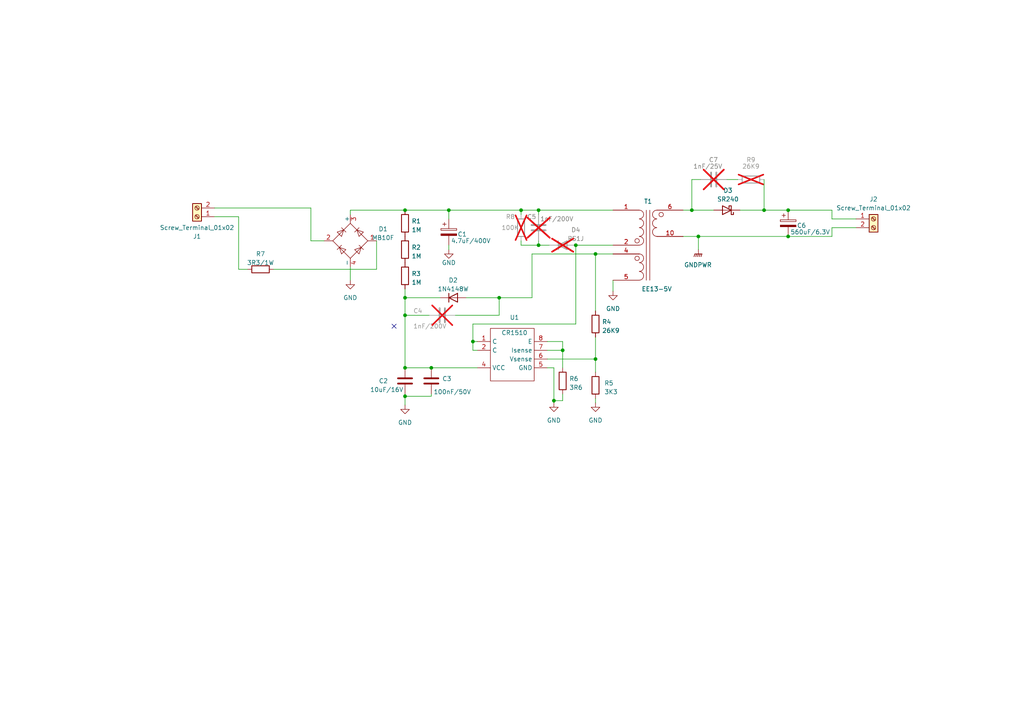
<source format=kicad_sch>
(kicad_sch (version 20230121) (generator eeschema)

  (uuid e63e39d7-6ac0-4ffd-8aa3-1841a4541b55)

  (paper "A4")

  (title_block
    (title "Flyback 5V 1A basic")
    (date "2020-03-18")
    (company "TDMAKER.SPACE")
  )

  (lib_symbols
    (symbol "0_Custom:CR1510" (in_bom yes) (on_board yes)
      (property "Reference" "U" (at 0 12.7 0)
        (effects (font (size 1.27 1.27)))
      )
      (property "Value" "CR1510" (at 0 7.62 0)
        (effects (font (size 1.27 1.27)))
      )
      (property "Footprint" "Package_SO:SOIC-8-N3_3.9x4.9mm_P1.27mm" (at 1.27 -8.89 0)
        (effects (font (size 1.27 1.27)) hide)
      )
      (property "Datasheet" "" (at 0 5.08 0)
        (effects (font (size 1.27 1.27)) hide)
      )
      (symbol "CR1510_0_1"
        (rectangle (start -6.35 8.89) (end 6.35 -6.35)
          (stroke (width 0) (type default))
          (fill (type none))
        )
      )
      (symbol "CR1510_1_1"
        (pin passive line (at -10.16 5.08 0) (length 3.81)
          (name "C" (effects (font (size 1.27 1.27))))
          (number "1" (effects (font (size 1.27 1.27))))
        )
        (pin passive line (at -10.16 2.54 0) (length 3.81)
          (name "C" (effects (font (size 1.27 1.27))))
          (number "2" (effects (font (size 1.27 1.27))))
        )
        (pin passive line (at -10.16 -2.54 0) (length 3.81)
          (name "VCC" (effects (font (size 1.27 1.27))))
          (number "4" (effects (font (size 1.27 1.27))))
        )
        (pin passive line (at 10.16 -2.54 180) (length 3.81)
          (name "GND" (effects (font (size 1.27 1.27))))
          (number "5" (effects (font (size 1.27 1.27))))
        )
        (pin passive line (at 10.16 0 180) (length 3.81)
          (name "Vsense" (effects (font (size 1.27 1.27))))
          (number "6" (effects (font (size 1.27 1.27))))
        )
        (pin passive line (at 10.16 2.54 180) (length 3.81)
          (name "Isense" (effects (font (size 1.27 1.27))))
          (number "7" (effects (font (size 1.27 1.27))))
        )
        (pin passive line (at 10.16 5.08 180) (length 3.81)
          (name "E" (effects (font (size 1.27 1.27))))
          (number "8" (effects (font (size 1.27 1.27))))
        )
      )
    )
    (symbol "0_Custom:Transformer_EE1610" (pin_names (offset 1.016) hide) (in_bom yes) (on_board yes)
      (property "Reference" "T1" (at 0 12.7 0)
        (effects (font (size 1.27 1.27)))
      )
      (property "Value" "Transformer_1P_2S" (at 0 -12.7 0)
        (effects (font (size 1.27 1.27)))
      )
      (property "Footprint" "" (at 0 0 0)
        (effects (font (size 1.27 1.27)) hide)
      )
      (property "Datasheet" "~" (at 0 0 0)
        (effects (font (size 1.27 1.27)) hide)
      )
      (property "ki_keywords" "transformer coil magnet" (at 0 0 0)
        (effects (font (size 1.27 1.27)) hide)
      )
      (property "ki_description" "Transformer, single primary, dual secondary" (at 0 0 0)
        (effects (font (size 1.27 1.27)) hide)
      )
      (symbol "Transformer_EE1610_0_1"
        (circle (center -3.175 -3.81) (radius 0.635)
          (stroke (width 0) (type default))
          (fill (type none))
        )
        (circle (center -3.175 1.27) (radius 0.635)
          (stroke (width 0) (type default))
          (fill (type none))
        )
        (arc (start -2.54 -10.1346) (mid -1.6599 -9.7701) (end -1.2954 -8.89)
          (stroke (width 0) (type default))
          (fill (type none))
        )
        (arc (start -2.54 -7.5946) (mid -1.6599 -7.2301) (end -1.2954 -6.35)
          (stroke (width 0) (type default))
          (fill (type none))
        )
        (arc (start -2.54 -5.0546) (mid -1.6599 -4.6901) (end -1.2954 -3.81)
          (stroke (width 0) (type default))
          (fill (type none))
        )
        (arc (start -2.54 0.0254) (mid -1.6561 0.3937) (end -1.27 1.27)
          (stroke (width 0) (type default))
          (fill (type none))
        )
        (arc (start -2.54 2.5654) (mid -1.6561 2.9337) (end -1.27 3.81)
          (stroke (width 0) (type default))
          (fill (type none))
        )
        (arc (start -2.54 5.1054) (mid -1.6561 5.4737) (end -1.27 6.35)
          (stroke (width 0) (type default))
          (fill (type none))
        )
        (arc (start -2.54 7.6454) (mid -1.6561 8.0137) (end -1.27 8.89)
          (stroke (width 0) (type default))
          (fill (type none))
        )
        (arc (start -1.2954 -8.89) (mid -1.6457 -7.9883) (end -2.54 -7.62)
          (stroke (width 0) (type default))
          (fill (type none))
        )
        (arc (start -1.2954 -6.35) (mid -1.6457 -5.4483) (end -2.54 -5.08)
          (stroke (width 0) (type default))
          (fill (type none))
        )
        (arc (start -1.2954 -3.81) (mid -1.6457 -2.9083) (end -2.54 -2.54)
          (stroke (width 0) (type default))
          (fill (type none))
        )
        (arc (start -1.27 1.27) (mid -1.642 2.168) (end -2.54 2.54)
          (stroke (width 0) (type default))
          (fill (type none))
        )
        (arc (start -1.27 3.81) (mid -1.642 4.708) (end -2.54 5.08)
          (stroke (width 0) (type default))
          (fill (type none))
        )
        (arc (start -1.27 6.35) (mid -1.642 7.248) (end -2.54 7.62)
          (stroke (width 0) (type default))
          (fill (type none))
        )
        (arc (start -1.27 8.89) (mid -1.642 9.788) (end -2.54 10.16)
          (stroke (width 0) (type default))
          (fill (type none))
        )
        (polyline
          (pts
            (xy -0.508 -10.16)
            (xy -0.508 10.16)
          )
          (stroke (width 0) (type default))
          (fill (type none))
        )
        (polyline
          (pts
            (xy 0.508 10.16)
            (xy 0.508 -10.16)
          )
          (stroke (width 0) (type default))
          (fill (type none))
        )
        (arc (start 1.2954 3.81) (mid 1.6599 2.9299) (end 2.54 2.5654)
          (stroke (width 0) (type default))
          (fill (type none))
        )
        (arc (start 1.2954 6.35) (mid 1.6599 5.4699) (end 2.54 5.1054)
          (stroke (width 0) (type default))
          (fill (type none))
        )
        (arc (start 1.2954 8.89) (mid 1.6599 8.0099) (end 2.54 7.6454)
          (stroke (width 0) (type default))
          (fill (type none))
        )
        (arc (start 2.54 5.08) (mid 1.642 4.708) (end 1.2954 3.81)
          (stroke (width 0) (type default))
          (fill (type none))
        )
        (arc (start 2.54 7.62) (mid 1.642 7.248) (end 1.2954 6.35)
          (stroke (width 0) (type default))
          (fill (type none))
        )
        (arc (start 2.54 10.16) (mid 1.642 9.788) (end 1.2954 8.89)
          (stroke (width 0) (type default))
          (fill (type none))
        )
        (circle (center 3.81 8.89) (radius 0.635)
          (stroke (width 0) (type default))
          (fill (type none))
        )
      )
      (symbol "Transformer_EE1610_1_1"
        (pin passive line (at -10.16 10.16 0) (length 7.62)
          (name "1" (effects (font (size 1.27 1.27))))
          (number "1" (effects (font (size 1.27 1.27))))
        )
        (pin passive line (at 10.16 2.54 180) (length 7.62)
          (name "10" (effects (font (size 1.27 1.27))))
          (number "10" (effects (font (size 1.27 1.27))))
        )
        (pin passive line (at -10.16 0 0) (length 7.62)
          (name "AB" (effects (font (size 1.27 1.27))))
          (number "2" (effects (font (size 1.27 1.27))))
        )
        (pin passive line (at -10.16 -2.54 0) (length 7.62)
          (name "Aux" (effects (font (size 1.27 1.27))))
          (number "4" (effects (font (size 1.27 1.27))))
        )
        (pin passive line (at -10.16 -10.16 0) (length 7.62)
          (name "GND" (effects (font (size 1.27 1.27))))
          (number "5" (effects (font (size 1.27 1.27))))
        )
        (pin passive line (at 10.16 10.16 180) (length 7.62)
          (name "6" (effects (font (size 1.27 1.27))))
          (number "6" (effects (font (size 1.27 1.27))))
        )
      )
    )
    (symbol "Connector:Screw_Terminal_01x02" (pin_names (offset 1.016) hide) (in_bom yes) (on_board yes)
      (property "Reference" "J" (at 0 2.54 0)
        (effects (font (size 1.27 1.27)))
      )
      (property "Value" "Screw_Terminal_01x02" (at 0 -5.08 0)
        (effects (font (size 1.27 1.27)))
      )
      (property "Footprint" "" (at 0 0 0)
        (effects (font (size 1.27 1.27)) hide)
      )
      (property "Datasheet" "~" (at 0 0 0)
        (effects (font (size 1.27 1.27)) hide)
      )
      (property "ki_keywords" "screw terminal" (at 0 0 0)
        (effects (font (size 1.27 1.27)) hide)
      )
      (property "ki_description" "Generic screw terminal, single row, 01x02, script generated (kicad-library-utils/schlib/autogen/connector/)" (at 0 0 0)
        (effects (font (size 1.27 1.27)) hide)
      )
      (property "ki_fp_filters" "TerminalBlock*:*" (at 0 0 0)
        (effects (font (size 1.27 1.27)) hide)
      )
      (symbol "Screw_Terminal_01x02_1_1"
        (rectangle (start -1.27 1.27) (end 1.27 -3.81)
          (stroke (width 0.254) (type default))
          (fill (type background))
        )
        (circle (center 0 -2.54) (radius 0.635)
          (stroke (width 0.1524) (type default))
          (fill (type none))
        )
        (polyline
          (pts
            (xy -0.5334 -2.2098)
            (xy 0.3302 -3.048)
          )
          (stroke (width 0.1524) (type default))
          (fill (type none))
        )
        (polyline
          (pts
            (xy -0.5334 0.3302)
            (xy 0.3302 -0.508)
          )
          (stroke (width 0.1524) (type default))
          (fill (type none))
        )
        (polyline
          (pts
            (xy -0.3556 -2.032)
            (xy 0.508 -2.8702)
          )
          (stroke (width 0.1524) (type default))
          (fill (type none))
        )
        (polyline
          (pts
            (xy -0.3556 0.508)
            (xy 0.508 -0.3302)
          )
          (stroke (width 0.1524) (type default))
          (fill (type none))
        )
        (circle (center 0 0) (radius 0.635)
          (stroke (width 0.1524) (type default))
          (fill (type none))
        )
        (pin passive line (at -5.08 0 0) (length 3.81)
          (name "Pin_1" (effects (font (size 1.27 1.27))))
          (number "1" (effects (font (size 1.27 1.27))))
        )
        (pin passive line (at -5.08 -2.54 0) (length 3.81)
          (name "Pin_2" (effects (font (size 1.27 1.27))))
          (number "2" (effects (font (size 1.27 1.27))))
        )
      )
    )
    (symbol "Device:C" (pin_numbers hide) (pin_names (offset 0.254)) (in_bom yes) (on_board yes)
      (property "Reference" "C" (at 0.635 2.54 0)
        (effects (font (size 1.27 1.27)) (justify left))
      )
      (property "Value" "C" (at 0.635 -2.54 0)
        (effects (font (size 1.27 1.27)) (justify left))
      )
      (property "Footprint" "" (at 0.9652 -3.81 0)
        (effects (font (size 1.27 1.27)) hide)
      )
      (property "Datasheet" "~" (at 0 0 0)
        (effects (font (size 1.27 1.27)) hide)
      )
      (property "ki_keywords" "cap capacitor" (at 0 0 0)
        (effects (font (size 1.27 1.27)) hide)
      )
      (property "ki_description" "Unpolarized capacitor" (at 0 0 0)
        (effects (font (size 1.27 1.27)) hide)
      )
      (property "ki_fp_filters" "C_*" (at 0 0 0)
        (effects (font (size 1.27 1.27)) hide)
      )
      (symbol "C_0_1"
        (polyline
          (pts
            (xy -2.032 -0.762)
            (xy 2.032 -0.762)
          )
          (stroke (width 0.508) (type default))
          (fill (type none))
        )
        (polyline
          (pts
            (xy -2.032 0.762)
            (xy 2.032 0.762)
          )
          (stroke (width 0.508) (type default))
          (fill (type none))
        )
      )
      (symbol "C_1_1"
        (pin passive line (at 0 3.81 270) (length 2.794)
          (name "~" (effects (font (size 1.27 1.27))))
          (number "1" (effects (font (size 1.27 1.27))))
        )
        (pin passive line (at 0 -3.81 90) (length 2.794)
          (name "~" (effects (font (size 1.27 1.27))))
          (number "2" (effects (font (size 1.27 1.27))))
        )
      )
    )
    (symbol "Device:C_Polarized" (pin_numbers hide) (pin_names (offset 0.254)) (in_bom yes) (on_board yes)
      (property "Reference" "C" (at 0.635 2.54 0)
        (effects (font (size 1.27 1.27)) (justify left))
      )
      (property "Value" "C_Polarized" (at 0.635 -2.54 0)
        (effects (font (size 1.27 1.27)) (justify left))
      )
      (property "Footprint" "" (at 0.9652 -3.81 0)
        (effects (font (size 1.27 1.27)) hide)
      )
      (property "Datasheet" "~" (at 0 0 0)
        (effects (font (size 1.27 1.27)) hide)
      )
      (property "ki_keywords" "cap capacitor" (at 0 0 0)
        (effects (font (size 1.27 1.27)) hide)
      )
      (property "ki_description" "Polarized capacitor" (at 0 0 0)
        (effects (font (size 1.27 1.27)) hide)
      )
      (property "ki_fp_filters" "CP_*" (at 0 0 0)
        (effects (font (size 1.27 1.27)) hide)
      )
      (symbol "C_Polarized_0_1"
        (rectangle (start -2.286 0.508) (end 2.286 1.016)
          (stroke (width 0) (type default))
          (fill (type none))
        )
        (polyline
          (pts
            (xy -1.778 2.286)
            (xy -0.762 2.286)
          )
          (stroke (width 0) (type default))
          (fill (type none))
        )
        (polyline
          (pts
            (xy -1.27 2.794)
            (xy -1.27 1.778)
          )
          (stroke (width 0) (type default))
          (fill (type none))
        )
        (rectangle (start 2.286 -0.508) (end -2.286 -1.016)
          (stroke (width 0) (type default))
          (fill (type outline))
        )
      )
      (symbol "C_Polarized_1_1"
        (pin passive line (at 0 3.81 270) (length 2.794)
          (name "~" (effects (font (size 1.27 1.27))))
          (number "1" (effects (font (size 1.27 1.27))))
        )
        (pin passive line (at 0 -3.81 90) (length 2.794)
          (name "~" (effects (font (size 1.27 1.27))))
          (number "2" (effects (font (size 1.27 1.27))))
        )
      )
    )
    (symbol "Device:R" (pin_numbers hide) (pin_names (offset 0)) (in_bom yes) (on_board yes)
      (property "Reference" "R" (at 2.032 0 90)
        (effects (font (size 1.27 1.27)))
      )
      (property "Value" "R" (at 0 0 90)
        (effects (font (size 1.27 1.27)))
      )
      (property "Footprint" "" (at -1.778 0 90)
        (effects (font (size 1.27 1.27)) hide)
      )
      (property "Datasheet" "~" (at 0 0 0)
        (effects (font (size 1.27 1.27)) hide)
      )
      (property "ki_keywords" "R res resistor" (at 0 0 0)
        (effects (font (size 1.27 1.27)) hide)
      )
      (property "ki_description" "Resistor" (at 0 0 0)
        (effects (font (size 1.27 1.27)) hide)
      )
      (property "ki_fp_filters" "R_*" (at 0 0 0)
        (effects (font (size 1.27 1.27)) hide)
      )
      (symbol "R_0_1"
        (rectangle (start -1.016 -2.54) (end 1.016 2.54)
          (stroke (width 0.254) (type default))
          (fill (type none))
        )
      )
      (symbol "R_1_1"
        (pin passive line (at 0 3.81 270) (length 1.27)
          (name "~" (effects (font (size 1.27 1.27))))
          (number "1" (effects (font (size 1.27 1.27))))
        )
        (pin passive line (at 0 -3.81 90) (length 1.27)
          (name "~" (effects (font (size 1.27 1.27))))
          (number "2" (effects (font (size 1.27 1.27))))
        )
      )
    )
    (symbol "Diode:1N4007" (pin_numbers hide) (pin_names hide) (in_bom yes) (on_board yes)
      (property "Reference" "D" (at 0 2.54 0)
        (effects (font (size 1.27 1.27)))
      )
      (property "Value" "1N4007" (at 0 -2.54 0)
        (effects (font (size 1.27 1.27)))
      )
      (property "Footprint" "Diode_THT:D_DO-41_SOD81_P10.16mm_Horizontal" (at 0 -4.445 0)
        (effects (font (size 1.27 1.27)) hide)
      )
      (property "Datasheet" "http://www.vishay.com/docs/88503/1n4001.pdf" (at 0 0 0)
        (effects (font (size 1.27 1.27)) hide)
      )
      (property "Sim.Device" "D" (at 0 0 0)
        (effects (font (size 1.27 1.27)) hide)
      )
      (property "Sim.Pins" "1=K 2=A" (at 0 0 0)
        (effects (font (size 1.27 1.27)) hide)
      )
      (property "ki_keywords" "diode" (at 0 0 0)
        (effects (font (size 1.27 1.27)) hide)
      )
      (property "ki_description" "1000V 1A General Purpose Rectifier Diode, DO-41" (at 0 0 0)
        (effects (font (size 1.27 1.27)) hide)
      )
      (property "ki_fp_filters" "D*DO?41*" (at 0 0 0)
        (effects (font (size 1.27 1.27)) hide)
      )
      (symbol "1N4007_0_1"
        (polyline
          (pts
            (xy -1.27 1.27)
            (xy -1.27 -1.27)
          )
          (stroke (width 0.254) (type default))
          (fill (type none))
        )
        (polyline
          (pts
            (xy 1.27 0)
            (xy -1.27 0)
          )
          (stroke (width 0) (type default))
          (fill (type none))
        )
        (polyline
          (pts
            (xy 1.27 1.27)
            (xy 1.27 -1.27)
            (xy -1.27 0)
            (xy 1.27 1.27)
          )
          (stroke (width 0.254) (type default))
          (fill (type none))
        )
      )
      (symbol "1N4007_1_1"
        (pin passive line (at -3.81 0 0) (length 2.54)
          (name "K" (effects (font (size 1.27 1.27))))
          (number "1" (effects (font (size 1.27 1.27))))
        )
        (pin passive line (at 3.81 0 180) (length 2.54)
          (name "A" (effects (font (size 1.27 1.27))))
          (number "2" (effects (font (size 1.27 1.27))))
        )
      )
    )
    (symbol "Diode:1N4148W" (pin_numbers hide) (pin_names hide) (in_bom yes) (on_board yes)
      (property "Reference" "D" (at 0 2.54 0)
        (effects (font (size 1.27 1.27)))
      )
      (property "Value" "1N4148W" (at 0 -2.54 0)
        (effects (font (size 1.27 1.27)))
      )
      (property "Footprint" "Diode_SMD:D_SOD-123" (at 0 -4.445 0)
        (effects (font (size 1.27 1.27)) hide)
      )
      (property "Datasheet" "https://www.vishay.com/docs/85748/1n4148w.pdf" (at 0 0 0)
        (effects (font (size 1.27 1.27)) hide)
      )
      (property "Sim.Device" "D" (at 0 0 0)
        (effects (font (size 1.27 1.27)) hide)
      )
      (property "Sim.Pins" "1=K 2=A" (at 0 0 0)
        (effects (font (size 1.27 1.27)) hide)
      )
      (property "ki_keywords" "diode" (at 0 0 0)
        (effects (font (size 1.27 1.27)) hide)
      )
      (property "ki_description" "75V 0.15A Fast Switching Diode, SOD-123" (at 0 0 0)
        (effects (font (size 1.27 1.27)) hide)
      )
      (property "ki_fp_filters" "D*SOD?123*" (at 0 0 0)
        (effects (font (size 1.27 1.27)) hide)
      )
      (symbol "1N4148W_0_1"
        (polyline
          (pts
            (xy -1.27 1.27)
            (xy -1.27 -1.27)
          )
          (stroke (width 0.254) (type default))
          (fill (type none))
        )
        (polyline
          (pts
            (xy 1.27 0)
            (xy -1.27 0)
          )
          (stroke (width 0) (type default))
          (fill (type none))
        )
        (polyline
          (pts
            (xy 1.27 1.27)
            (xy 1.27 -1.27)
            (xy -1.27 0)
            (xy 1.27 1.27)
          )
          (stroke (width 0.254) (type default))
          (fill (type none))
        )
      )
      (symbol "1N4148W_1_1"
        (pin passive line (at -3.81 0 0) (length 2.54)
          (name "K" (effects (font (size 1.27 1.27))))
          (number "1" (effects (font (size 1.27 1.27))))
        )
        (pin passive line (at 3.81 0 180) (length 2.54)
          (name "A" (effects (font (size 1.27 1.27))))
          (number "2" (effects (font (size 1.27 1.27))))
        )
      )
    )
    (symbol "Diode:B140-E3" (pin_numbers hide) (pin_names hide) (in_bom yes) (on_board yes)
      (property "Reference" "D" (at 0 2.54 0)
        (effects (font (size 1.27 1.27)))
      )
      (property "Value" "B140-E3" (at 0 -2.54 0)
        (effects (font (size 1.27 1.27)))
      )
      (property "Footprint" "Diode_SMD:D_SMA" (at 0 -4.445 0)
        (effects (font (size 1.27 1.27)) hide)
      )
      (property "Datasheet" "http://www.vishay.com/docs/88946/b120.pdf" (at 0 0 0)
        (effects (font (size 1.27 1.27)) hide)
      )
      (property "ki_keywords" "diode Schottky" (at 0 0 0)
        (effects (font (size 1.27 1.27)) hide)
      )
      (property "ki_description" "40V 1A Schottky Barrier Rectifier Diode, SMA(DO-214AC)" (at 0 0 0)
        (effects (font (size 1.27 1.27)) hide)
      )
      (property "ki_fp_filters" "D*SMA*" (at 0 0 0)
        (effects (font (size 1.27 1.27)) hide)
      )
      (symbol "B140-E3_0_1"
        (polyline
          (pts
            (xy 1.27 0)
            (xy -1.27 0)
          )
          (stroke (width 0) (type default))
          (fill (type none))
        )
        (polyline
          (pts
            (xy 1.27 1.27)
            (xy 1.27 -1.27)
            (xy -1.27 0)
            (xy 1.27 1.27)
          )
          (stroke (width 0.254) (type default))
          (fill (type none))
        )
        (polyline
          (pts
            (xy -1.905 0.635)
            (xy -1.905 1.27)
            (xy -1.27 1.27)
            (xy -1.27 -1.27)
            (xy -0.635 -1.27)
            (xy -0.635 -0.635)
          )
          (stroke (width 0.254) (type default))
          (fill (type none))
        )
      )
      (symbol "B140-E3_1_1"
        (pin passive line (at -3.81 0 0) (length 2.54)
          (name "K" (effects (font (size 1.27 1.27))))
          (number "1" (effects (font (size 1.27 1.27))))
        )
        (pin passive line (at 3.81 0 180) (length 2.54)
          (name "A" (effects (font (size 1.27 1.27))))
          (number "2" (effects (font (size 1.27 1.27))))
        )
      )
    )
    (symbol "Diode_Bridge:MB6S" (pin_names (offset 0)) (in_bom yes) (on_board yes)
      (property "Reference" "D" (at 2.54 6.985 0)
        (effects (font (size 1.27 1.27)) (justify left))
      )
      (property "Value" "MB6S" (at 2.54 5.08 0)
        (effects (font (size 1.27 1.27)) (justify left))
      )
      (property "Footprint" "Package_TO_SOT_SMD:TO-269AA" (at 3.81 3.175 0)
        (effects (font (size 1.27 1.27)) (justify left) hide)
      )
      (property "Datasheet" "http://www.vishay.com/docs/88573/dfs.pdf" (at 0 0 0)
        (effects (font (size 1.27 1.27)) hide)
      )
      (property "ki_keywords" "rectifier acdc" (at 0 0 0)
        (effects (font (size 1.27 1.27)) hide)
      )
      (property "ki_description" "Miniature Glass Passivated Single-Phase Surface Mount Bridge Rectifiers, 700V Vrms, 1.0A If, DFS SMD package" (at 0 0 0)
        (effects (font (size 1.27 1.27)) hide)
      )
      (property "ki_fp_filters" "TO?269AA*" (at 0 0 0)
        (effects (font (size 1.27 1.27)) hide)
      )
      (symbol "MB6S_0_1"
        (polyline
          (pts
            (xy -2.54 3.81)
            (xy -1.27 2.54)
          )
          (stroke (width 0) (type default))
          (fill (type none))
        )
        (polyline
          (pts
            (xy -1.27 -2.54)
            (xy -2.54 -3.81)
          )
          (stroke (width 0) (type default))
          (fill (type none))
        )
        (polyline
          (pts
            (xy 2.54 -1.27)
            (xy 3.81 -2.54)
          )
          (stroke (width 0) (type default))
          (fill (type none))
        )
        (polyline
          (pts
            (xy 2.54 1.27)
            (xy 3.81 2.54)
          )
          (stroke (width 0) (type default))
          (fill (type none))
        )
        (polyline
          (pts
            (xy -3.81 2.54)
            (xy -2.54 1.27)
            (xy -1.905 3.175)
            (xy -3.81 2.54)
          )
          (stroke (width 0) (type default))
          (fill (type none))
        )
        (polyline
          (pts
            (xy -2.54 -1.27)
            (xy -3.81 -2.54)
            (xy -1.905 -3.175)
            (xy -2.54 -1.27)
          )
          (stroke (width 0) (type default))
          (fill (type none))
        )
        (polyline
          (pts
            (xy 1.27 2.54)
            (xy 2.54 3.81)
            (xy 3.175 1.905)
            (xy 1.27 2.54)
          )
          (stroke (width 0) (type default))
          (fill (type none))
        )
        (polyline
          (pts
            (xy 3.175 -1.905)
            (xy 1.27 -2.54)
            (xy 2.54 -3.81)
            (xy 3.175 -1.905)
          )
          (stroke (width 0) (type default))
          (fill (type none))
        )
        (polyline
          (pts
            (xy -5.08 0)
            (xy 0 -5.08)
            (xy 5.08 0)
            (xy 0 5.08)
            (xy -5.08 0)
          )
          (stroke (width 0) (type default))
          (fill (type none))
        )
      )
      (symbol "MB6S_1_1"
        (pin passive line (at 0 -7.62 90) (length 2.54)
          (name "~" (effects (font (size 1.27 1.27))))
          (number "1" (effects (font (size 1.27 1.27))))
        )
        (pin passive line (at 0 7.62 270) (length 2.54)
          (name "~" (effects (font (size 1.27 1.27))))
          (number "2" (effects (font (size 1.27 1.27))))
        )
        (pin passive line (at 7.62 0 180) (length 2.54)
          (name "+" (effects (font (size 1.27 1.27))))
          (number "3" (effects (font (size 1.27 1.27))))
        )
        (pin passive line (at -7.62 0 0) (length 2.54)
          (name "-" (effects (font (size 1.27 1.27))))
          (number "4" (effects (font (size 1.27 1.27))))
        )
      )
    )
    (symbol "power:GND" (power) (pin_names (offset 0)) (in_bom yes) (on_board yes)
      (property "Reference" "#PWR" (at 0 -6.35 0)
        (effects (font (size 1.27 1.27)) hide)
      )
      (property "Value" "GND" (at 0 -3.81 0)
        (effects (font (size 1.27 1.27)))
      )
      (property "Footprint" "" (at 0 0 0)
        (effects (font (size 1.27 1.27)) hide)
      )
      (property "Datasheet" "" (at 0 0 0)
        (effects (font (size 1.27 1.27)) hide)
      )
      (property "ki_keywords" "global power" (at 0 0 0)
        (effects (font (size 1.27 1.27)) hide)
      )
      (property "ki_description" "Power symbol creates a global label with name \"GND\" , ground" (at 0 0 0)
        (effects (font (size 1.27 1.27)) hide)
      )
      (symbol "GND_0_1"
        (polyline
          (pts
            (xy 0 0)
            (xy 0 -1.27)
            (xy 1.27 -1.27)
            (xy 0 -2.54)
            (xy -1.27 -1.27)
            (xy 0 -1.27)
          )
          (stroke (width 0) (type default))
          (fill (type none))
        )
      )
      (symbol "GND_1_1"
        (pin power_in line (at 0 0 270) (length 0) hide
          (name "GND" (effects (font (size 1.27 1.27))))
          (number "1" (effects (font (size 1.27 1.27))))
        )
      )
    )
    (symbol "power:GNDPWR" (power) (pin_names (offset 0)) (in_bom yes) (on_board yes)
      (property "Reference" "#PWR" (at 0 -5.08 0)
        (effects (font (size 1.27 1.27)) hide)
      )
      (property "Value" "GNDPWR" (at 0 -3.302 0)
        (effects (font (size 1.27 1.27)))
      )
      (property "Footprint" "" (at 0 -1.27 0)
        (effects (font (size 1.27 1.27)) hide)
      )
      (property "Datasheet" "" (at 0 -1.27 0)
        (effects (font (size 1.27 1.27)) hide)
      )
      (property "ki_keywords" "global ground" (at 0 0 0)
        (effects (font (size 1.27 1.27)) hide)
      )
      (property "ki_description" "Power symbol creates a global label with name \"GNDPWR\" , global ground" (at 0 0 0)
        (effects (font (size 1.27 1.27)) hide)
      )
      (symbol "GNDPWR_0_1"
        (polyline
          (pts
            (xy 0 -1.27)
            (xy 0 0)
          )
          (stroke (width 0) (type default))
          (fill (type none))
        )
        (polyline
          (pts
            (xy -1.016 -1.27)
            (xy -1.27 -2.032)
            (xy -1.27 -2.032)
          )
          (stroke (width 0.2032) (type default))
          (fill (type none))
        )
        (polyline
          (pts
            (xy -0.508 -1.27)
            (xy -0.762 -2.032)
            (xy -0.762 -2.032)
          )
          (stroke (width 0.2032) (type default))
          (fill (type none))
        )
        (polyline
          (pts
            (xy 0 -1.27)
            (xy -0.254 -2.032)
            (xy -0.254 -2.032)
          )
          (stroke (width 0.2032) (type default))
          (fill (type none))
        )
        (polyline
          (pts
            (xy 0.508 -1.27)
            (xy 0.254 -2.032)
            (xy 0.254 -2.032)
          )
          (stroke (width 0.2032) (type default))
          (fill (type none))
        )
        (polyline
          (pts
            (xy 1.016 -1.27)
            (xy -1.016 -1.27)
            (xy -1.016 -1.27)
          )
          (stroke (width 0.2032) (type default))
          (fill (type none))
        )
        (polyline
          (pts
            (xy 1.016 -1.27)
            (xy 0.762 -2.032)
            (xy 0.762 -2.032)
            (xy 0.762 -2.032)
          )
          (stroke (width 0.2032) (type default))
          (fill (type none))
        )
      )
      (symbol "GNDPWR_1_1"
        (pin power_in line (at 0 0 270) (length 0) hide
          (name "GNDPWR" (effects (font (size 1.27 1.27))))
          (number "1" (effects (font (size 1.27 1.27))))
        )
      )
    )
  )

  (junction (at 200.66 60.96) (diameter 0) (color 0 0 0 0)
    (uuid 065153bc-baea-415f-87e0-636d8619faf9)
  )
  (junction (at 117.475 114.935) (diameter 0) (color 0 0 0 0)
    (uuid 084356f9-d9ce-48fa-ae5f-0946e9fde4b1)
  )
  (junction (at 117.475 60.96) (diameter 0) (color 0 0 0 0)
    (uuid 0d466380-0676-4391-b50c-4926504b2608)
  )
  (junction (at 172.72 104.14) (diameter 0) (color 0 0 0 0)
    (uuid 1aa19519-519c-4ee5-bd33-ce61c3d69252)
  )
  (junction (at 156.21 71.12) (diameter 0) (color 0 0 0 0)
    (uuid 217ff873-7b5a-43e9-9fee-31b0239323d0)
  )
  (junction (at 163.195 101.6) (diameter 0) (color 0 0 0 0)
    (uuid 2a678799-25d9-4245-9252-bd34b4f5344d)
  )
  (junction (at 228.6 60.96) (diameter 0) (color 0 0 0 0)
    (uuid 3308f0ab-bb7f-436c-9b3d-b55287402e87)
  )
  (junction (at 221.615 60.96) (diameter 0) (color 0 0 0 0)
    (uuid 347b65b4-891e-4375-91e1-0805d979d065)
  )
  (junction (at 137.16 99.06) (diameter 0) (color 0 0 0 0)
    (uuid 3d29f9f2-f1ed-4d18-b8f0-4c7b676838fa)
  )
  (junction (at 130.175 60.96) (diameter 0) (color 0 0 0 0)
    (uuid 53428df4-e1aa-4c09-a236-1371972cd4ff)
  )
  (junction (at 117.475 106.68) (diameter 0) (color 0 0 0 0)
    (uuid 57ad04b2-e413-437c-8994-9df9ba88ae3e)
  )
  (junction (at 117.475 86.36) (diameter 0) (color 0 0 0 0)
    (uuid 5abcac85-0666-498f-b46d-81bbe665722c)
  )
  (junction (at 160.655 116.205) (diameter 0) (color 0 0 0 0)
    (uuid 607f5d96-9a9a-49e3-bb53-fd257c2c7f18)
  )
  (junction (at 172.72 73.66) (diameter 0) (color 0 0 0 0)
    (uuid 62ca7d12-d5c8-4447-a65f-8c8ed6f5bf04)
  )
  (junction (at 125.095 106.68) (diameter 0) (color 0 0 0 0)
    (uuid 889854e8-7953-45cc-8e4a-429eb9854f0a)
  )
  (junction (at 117.475 91.44) (diameter 0) (color 0 0 0 0)
    (uuid 9746820a-70af-46f5-8b18-27c321149aa3)
  )
  (junction (at 202.565 68.58) (diameter 0) (color 0 0 0 0)
    (uuid 9ca911f1-aabe-4fc5-a4d3-f2e9b3b80122)
  )
  (junction (at 167.005 71.12) (diameter 0) (color 0 0 0 0)
    (uuid c47c1d1f-1280-44df-bdcb-6f748ca0875a)
  )
  (junction (at 151.13 60.96) (diameter 0) (color 0 0 0 0)
    (uuid dbec914d-3020-4c10-a5b1-0626f38e99ef)
  )
  (junction (at 228.6 68.58) (diameter 0) (color 0 0 0 0)
    (uuid ede9aa78-d08b-4a62-bbb3-b579947dac2f)
  )
  (junction (at 144.78 86.36) (diameter 0) (color 0 0 0 0)
    (uuid f992dbc3-f227-419c-b139-1c5db3409b69)
  )
  (junction (at 156.21 60.96) (diameter 0) (color 0 0 0 0)
    (uuid fd4a9908-d9b1-4acd-93ca-5c339d5caa66)
  )

  (no_connect (at 114.3 94.615) (uuid e831804d-d553-4a30-9d7b-88c72dea8f65))

  (wire (pts (xy 158.75 104.14) (xy 172.72 104.14))
    (stroke (width 0) (type default))
    (uuid 06918385-f53c-48b1-b84f-d47e7b4ea19b)
  )
  (wire (pts (xy 132.08 91.44) (xy 144.78 91.44))
    (stroke (width 0) (type default))
    (uuid 0a6ad76d-6955-46c9-bd83-90787f93064e)
  )
  (wire (pts (xy 160.655 106.68) (xy 160.655 116.205))
    (stroke (width 0) (type default))
    (uuid 0b649190-6e56-48ac-a164-36c988f93357)
  )
  (wire (pts (xy 210.82 52.07) (xy 213.995 52.07))
    (stroke (width 0) (type default))
    (uuid 0e0e25ec-6161-408f-ae8e-e2c580976c4d)
  )
  (wire (pts (xy 117.475 91.44) (xy 117.475 106.68))
    (stroke (width 0) (type default))
    (uuid 17dfcf52-f28f-42bf-862d-154197dd451f)
  )
  (wire (pts (xy 198.12 60.96) (xy 200.66 60.96))
    (stroke (width 0) (type default))
    (uuid 197e2ed2-f077-42e0-afe9-f05b2777039a)
  )
  (wire (pts (xy 160.655 116.84) (xy 160.655 116.205))
    (stroke (width 0) (type default))
    (uuid 1ccd6366-57e2-4e42-9a09-ead48fe993ad)
  )
  (wire (pts (xy 163.195 116.205) (xy 160.655 116.205))
    (stroke (width 0) (type default))
    (uuid 1e9fd67a-f021-4c73-8782-92a94036fba5)
  )
  (wire (pts (xy 117.475 86.36) (xy 127.635 86.36))
    (stroke (width 0) (type default))
    (uuid 25b6749a-411c-437a-a096-37cd1e161d92)
  )
  (wire (pts (xy 200.66 52.07) (xy 200.66 60.96))
    (stroke (width 0) (type default))
    (uuid 37ae8a30-c0b4-4246-b870-ed5b09a5f53e)
  )
  (wire (pts (xy 156.21 60.96) (xy 177.8 60.96))
    (stroke (width 0) (type default))
    (uuid 3e6cd467-682d-4e81-b96b-e2d8a0a58b2c)
  )
  (wire (pts (xy 79.375 78.105) (xy 109.22 78.105))
    (stroke (width 0) (type default))
    (uuid 3fe31473-73c1-4c62-8b40-c960e9f8e6df)
  )
  (wire (pts (xy 172.72 73.66) (xy 172.72 90.17))
    (stroke (width 0) (type default))
    (uuid 41e5cf7d-50d0-42de-aa28-09ccd0cc0e67)
  )
  (wire (pts (xy 130.175 63.5) (xy 130.175 60.96))
    (stroke (width 0) (type default))
    (uuid 42331fc7-f5be-42ab-93dd-6e69a9c66561)
  )
  (wire (pts (xy 172.72 104.14) (xy 172.72 107.95))
    (stroke (width 0) (type default))
    (uuid 4a762057-3a88-48db-bb6e-2de65b8ecc1a)
  )
  (wire (pts (xy 200.66 60.96) (xy 207.01 60.96))
    (stroke (width 0) (type default))
    (uuid 4bde598a-7cfd-4609-96bd-06919f35eac6)
  )
  (wire (pts (xy 172.72 115.57) (xy 172.72 116.84))
    (stroke (width 0) (type default))
    (uuid 4c732fe3-8fc6-410f-b5e8-b7797b3981de)
  )
  (wire (pts (xy 158.75 106.68) (xy 160.655 106.68))
    (stroke (width 0) (type default))
    (uuid 4d3762c5-e2e2-475e-a302-f6270568a766)
  )
  (wire (pts (xy 221.615 60.96) (xy 228.6 60.96))
    (stroke (width 0) (type default))
    (uuid 4dd1a172-adfe-4791-8625-b73e8d1f25b1)
  )
  (wire (pts (xy 117.475 117.475) (xy 117.475 114.935))
    (stroke (width 0) (type default))
    (uuid 4f6e2adc-4703-4ee2-80f4-8c4c5a0de558)
  )
  (wire (pts (xy 154.305 73.66) (xy 172.72 73.66))
    (stroke (width 0) (type default))
    (uuid 528b7a90-ba21-4c6c-b4c6-5feebc1810f4)
  )
  (wire (pts (xy 156.21 71.12) (xy 159.385 71.12))
    (stroke (width 0) (type default))
    (uuid 56300f55-41de-4d98-aa6c-3118edb40262)
  )
  (wire (pts (xy 167.005 93.98) (xy 137.16 93.98))
    (stroke (width 0) (type default))
    (uuid 5639e309-e026-4806-a473-21690d20d63c)
  )
  (wire (pts (xy 158.75 99.06) (xy 163.195 99.06))
    (stroke (width 0) (type default))
    (uuid 57049db1-bd16-4641-ba43-50778abf59cc)
  )
  (wire (pts (xy 228.6 60.96) (xy 241.3 60.96))
    (stroke (width 0) (type default))
    (uuid 575a4512-402a-4a06-9ace-69058513af27)
  )
  (wire (pts (xy 137.16 93.98) (xy 137.16 99.06))
    (stroke (width 0) (type default))
    (uuid 5c483073-8744-4ec0-a251-d08c9dd2e420)
  )
  (wire (pts (xy 62.23 60.325) (xy 90.17 60.325))
    (stroke (width 0) (type default))
    (uuid 627a19cf-9a06-487b-a616-760472744fa6)
  )
  (wire (pts (xy 163.195 101.6) (xy 158.75 101.6))
    (stroke (width 0) (type default))
    (uuid 6b3d5957-d98e-4cb6-9e7e-d5b2354ae6eb)
  )
  (wire (pts (xy 69.215 78.105) (xy 71.755 78.105))
    (stroke (width 0) (type default))
    (uuid 6d65d8f4-8ace-4753-98b4-973eb9726ced)
  )
  (wire (pts (xy 101.6 60.96) (xy 117.475 60.96))
    (stroke (width 0) (type default))
    (uuid 70e2528d-8e74-4d76-b1fc-6423079b3ad5)
  )
  (wire (pts (xy 117.475 83.82) (xy 117.475 86.36))
    (stroke (width 0) (type default))
    (uuid 75f17bfc-91c9-4f8e-9545-69f8915efa99)
  )
  (wire (pts (xy 101.6 77.47) (xy 101.6 81.28))
    (stroke (width 0) (type default))
    (uuid 75f2bbda-9f47-442b-be4f-0541ecba4299)
  )
  (wire (pts (xy 202.565 68.58) (xy 202.565 72.39))
    (stroke (width 0) (type default))
    (uuid 78764f00-4075-48f1-bab2-e90a6c1095fc)
  )
  (wire (pts (xy 125.095 114.935) (xy 125.095 114.3))
    (stroke (width 0) (type default))
    (uuid 7b23c05a-cc35-4830-a6a4-469911358e3f)
  )
  (wire (pts (xy 163.195 99.06) (xy 163.195 101.6))
    (stroke (width 0) (type default))
    (uuid 7cadf270-5ce4-40b1-bf29-1cd2566b4da3)
  )
  (wire (pts (xy 117.475 114.935) (xy 117.475 114.3))
    (stroke (width 0) (type default))
    (uuid 7cd5868e-2cbe-4f7b-ad4e-3b52662d981d)
  )
  (wire (pts (xy 156.21 69.85) (xy 156.21 71.12))
    (stroke (width 0) (type default))
    (uuid 81be6525-1679-40b9-ae06-15969845be5c)
  )
  (wire (pts (xy 117.475 106.68) (xy 125.095 106.68))
    (stroke (width 0) (type default))
    (uuid 8bd5bfe4-1948-4d26-b3db-1f33bc23571b)
  )
  (wire (pts (xy 137.16 99.06) (xy 138.43 99.06))
    (stroke (width 0) (type default))
    (uuid 8c1e2f82-bac8-4846-819f-e9f804f0803e)
  )
  (wire (pts (xy 167.005 71.12) (xy 167.005 93.98))
    (stroke (width 0) (type default))
    (uuid 8e0b8972-73e2-4d87-b2dd-9bf9efa4087e)
  )
  (wire (pts (xy 154.305 86.36) (xy 144.78 86.36))
    (stroke (width 0) (type default))
    (uuid 91208b03-3ad9-4520-a85d-ed9ad48092be)
  )
  (wire (pts (xy 117.475 91.44) (xy 124.46 91.44))
    (stroke (width 0) (type default))
    (uuid 92165c5c-3f34-4f4a-af60-321d41d29533)
  )
  (wire (pts (xy 198.12 68.58) (xy 202.565 68.58))
    (stroke (width 0) (type default))
    (uuid 97388564-a1c6-4b28-a3fc-81715db00032)
  )
  (wire (pts (xy 137.16 101.6) (xy 138.43 101.6))
    (stroke (width 0) (type default))
    (uuid 9923572d-2276-4c4e-b023-fc516f1b0cb5)
  )
  (wire (pts (xy 101.6 62.23) (xy 101.6 60.96))
    (stroke (width 0) (type default))
    (uuid 9bc73ea7-a160-4c7a-99ae-0158652f12cb)
  )
  (wire (pts (xy 117.475 86.36) (xy 117.475 91.44))
    (stroke (width 0) (type default))
    (uuid 9f80940a-f390-4352-a16a-ed6dc8619d47)
  )
  (wire (pts (xy 203.2 52.07) (xy 200.66 52.07))
    (stroke (width 0) (type default))
    (uuid a5c6c045-e503-46f8-96ea-77b451766db0)
  )
  (wire (pts (xy 62.23 62.865) (xy 69.215 62.865))
    (stroke (width 0) (type default))
    (uuid aa734f68-d947-4ed8-86c4-1c9636ea7b11)
  )
  (wire (pts (xy 144.78 91.44) (xy 144.78 86.36))
    (stroke (width 0) (type default))
    (uuid b20ab79d-9653-4cfd-9152-79a970969ebb)
  )
  (wire (pts (xy 144.78 86.36) (xy 135.255 86.36))
    (stroke (width 0) (type default))
    (uuid b3f7a8c6-3b21-4eeb-bcbc-e0ee29e48cc1)
  )
  (wire (pts (xy 214.63 60.96) (xy 221.615 60.96))
    (stroke (width 0) (type default))
    (uuid b4ccb7ba-edde-4daa-9263-2f6b3c143591)
  )
  (wire (pts (xy 151.13 62.23) (xy 151.13 60.96))
    (stroke (width 0) (type default))
    (uuid b666089d-830d-49cf-90a2-8d7658721319)
  )
  (wire (pts (xy 117.475 114.935) (xy 125.095 114.935))
    (stroke (width 0) (type default))
    (uuid b85ad5f7-654f-493a-982a-a40ac277882a)
  )
  (wire (pts (xy 177.8 71.12) (xy 167.005 71.12))
    (stroke (width 0) (type default))
    (uuid b8936408-32d4-441e-b4b8-d01f6762b3e5)
  )
  (wire (pts (xy 172.72 97.79) (xy 172.72 104.14))
    (stroke (width 0) (type default))
    (uuid bb05865f-bfe1-41d5-b4e4-3b6e3b2189dc)
  )
  (wire (pts (xy 125.095 106.68) (xy 138.43 106.68))
    (stroke (width 0) (type default))
    (uuid bbc474a4-99d9-4ebd-8ab5-7ee2c236c42a)
  )
  (wire (pts (xy 202.565 68.58) (xy 228.6 68.58))
    (stroke (width 0) (type default))
    (uuid bc8e1091-8bb4-4171-ae75-ae334e6907f2)
  )
  (wire (pts (xy 109.22 69.85) (xy 109.22 78.105))
    (stroke (width 0) (type default))
    (uuid bddbb9c6-3b0c-4347-bc1a-af7273775f3b)
  )
  (wire (pts (xy 163.195 106.68) (xy 163.195 101.6))
    (stroke (width 0) (type default))
    (uuid c60cbb09-d77b-46da-b2d5-8efb5d6f2413)
  )
  (wire (pts (xy 221.615 52.07) (xy 221.615 60.96))
    (stroke (width 0) (type default))
    (uuid c8555848-bbd5-433a-9f21-e9ff0c53ff7a)
  )
  (wire (pts (xy 69.215 62.865) (xy 69.215 78.105))
    (stroke (width 0) (type default))
    (uuid c92ae6b3-17ac-4db4-9209-02e68efee28c)
  )
  (wire (pts (xy 241.3 68.58) (xy 241.3 66.04))
    (stroke (width 0) (type default))
    (uuid d0597e04-e5d2-4b90-bbde-05411ca576d9)
  )
  (wire (pts (xy 163.195 114.3) (xy 163.195 116.205))
    (stroke (width 0) (type default))
    (uuid d283cf1c-6104-474c-a329-18b828d5f4ce)
  )
  (wire (pts (xy 130.175 60.96) (xy 151.13 60.96))
    (stroke (width 0) (type default))
    (uuid d3c8c4cb-e12d-46ff-9cc6-a3e7d305b71f)
  )
  (wire (pts (xy 151.13 60.96) (xy 156.21 60.96))
    (stroke (width 0) (type default))
    (uuid d538aa41-51f2-4866-812c-650eeec02343)
  )
  (wire (pts (xy 241.3 60.96) (xy 241.3 63.5))
    (stroke (width 0) (type default))
    (uuid d7f82aef-069e-4115-a307-9c7a0cd87584)
  )
  (wire (pts (xy 137.16 99.06) (xy 137.16 101.6))
    (stroke (width 0) (type default))
    (uuid d8fad032-aa8f-4958-8f18-2d9d7e944f27)
  )
  (wire (pts (xy 156.21 62.23) (xy 156.21 60.96))
    (stroke (width 0) (type default))
    (uuid d936c943-1511-46b8-99b2-5293704dfce7)
  )
  (wire (pts (xy 177.8 73.66) (xy 172.72 73.66))
    (stroke (width 0) (type default))
    (uuid da602939-9ab1-4a95-be55-96869f53538a)
  )
  (wire (pts (xy 151.13 71.12) (xy 156.21 71.12))
    (stroke (width 0) (type default))
    (uuid dd7a4db3-04ee-43d4-aa5a-478c61869d56)
  )
  (wire (pts (xy 177.8 81.28) (xy 177.8 84.455))
    (stroke (width 0) (type default))
    (uuid e1c57c9a-d596-4ea5-8cd1-1b6b8f7bcd04)
  )
  (wire (pts (xy 151.13 69.85) (xy 151.13 71.12))
    (stroke (width 0) (type default))
    (uuid e6cf552b-e6e2-4d52-9c92-75a525e028db)
  )
  (wire (pts (xy 241.3 63.5) (xy 248.285 63.5))
    (stroke (width 0) (type default))
    (uuid e95d25b3-6e33-4927-803d-50dc40a511c0)
  )
  (wire (pts (xy 117.475 60.96) (xy 130.175 60.96))
    (stroke (width 0) (type default))
    (uuid ea449e09-8b3f-4e13-b054-5b1898998d56)
  )
  (wire (pts (xy 93.98 69.85) (xy 90.17 69.85))
    (stroke (width 0) (type default))
    (uuid eb9ff4ec-655f-426e-a416-0a5cb75706f3)
  )
  (wire (pts (xy 130.175 72.39) (xy 130.175 71.12))
    (stroke (width 0) (type default))
    (uuid eee03e27-e39c-40cf-a6cd-f9623067ed44)
  )
  (wire (pts (xy 241.3 66.04) (xy 248.285 66.04))
    (stroke (width 0) (type default))
    (uuid f1a68818-c8aa-4b5d-8ace-95f916757375)
  )
  (wire (pts (xy 154.305 73.66) (xy 154.305 86.36))
    (stroke (width 0) (type default))
    (uuid f39db0e1-c3d7-4a6b-baf8-71942dd5f60f)
  )
  (wire (pts (xy 228.6 68.58) (xy 241.3 68.58))
    (stroke (width 0) (type default))
    (uuid f68c4473-70e8-4362-bcca-bff856f5fb84)
  )
  (wire (pts (xy 90.17 69.85) (xy 90.17 60.325))
    (stroke (width 0) (type default))
    (uuid fbdee2ab-5057-4f97-8e16-d117514b7d1d)
  )

  (symbol (lib_id "Diode:1N4148W") (at 131.445 86.36 0) (unit 1)
    (in_bom yes) (on_board yes) (dnp no) (fields_autoplaced)
    (uuid 02155da2-00ff-47f6-bd7d-236c37af9645)
    (property "Reference" "D2" (at 131.445 81.28 0)
      (effects (font (size 1.27 1.27)))
    )
    (property "Value" "1N4148W" (at 131.445 83.82 0)
      (effects (font (size 1.27 1.27)))
    )
    (property "Footprint" "Diode_SMD:D_SOD-123" (at 131.445 90.805 0)
      (effects (font (size 1.27 1.27)) hide)
    )
    (property "Datasheet" "https://www.vishay.com/docs/85748/1n4148w.pdf" (at 131.445 86.36 0)
      (effects (font (size 1.27 1.27)) hide)
    )
    (property "LINK Mua" "https://linhkienthuduc.com/diode-1n4148w-75v-150ma" (at 131.445 86.36 0)
      (effects (font (size 1.27 1.27)) hide)
    )
    (property "LKTD PN" "TD0196" (at 131.445 86.36 0)
      (effects (font (size 1.27 1.27)) hide)
    )
    (pin "1" (uuid 83358ffd-ea4f-4a5d-ada2-23f15cc2a3b9))
    (pin "2" (uuid bc8df37c-a5ba-4bbf-92e8-ae30ee9d02b2))
    (instances
      (project "PS-5V1.4A-7W-EE13-Demo-board"
        (path "/e63e39d7-6ac0-4ffd-8aa3-1841a4541b55"
          (reference "D2") (unit 1)
        )
      )
    )
  )

  (symbol (lib_id "power:GND") (at 117.475 117.475 0) (unit 1)
    (in_bom yes) (on_board yes) (dnp no) (fields_autoplaced)
    (uuid 0ff301d6-3b1e-4bba-aeca-c7aa1953c758)
    (property "Reference" "#PWR03" (at 117.475 123.825 0)
      (effects (font (size 1.27 1.27)) hide)
    )
    (property "Value" "GND" (at 117.475 122.555 0)
      (effects (font (size 1.27 1.27)))
    )
    (property "Footprint" "" (at 117.475 117.475 0)
      (effects (font (size 1.27 1.27)) hide)
    )
    (property "Datasheet" "" (at 117.475 117.475 0)
      (effects (font (size 1.27 1.27)) hide)
    )
    (pin "1" (uuid 0a323609-56e3-4346-9c5c-8aca3c790e73))
    (instances
      (project "PS-5V1.4A-7W-EE13-Demo-board"
        (path "/e63e39d7-6ac0-4ffd-8aa3-1841a4541b55"
          (reference "#PWR03") (unit 1)
        )
      )
    )
  )

  (symbol (lib_id "Device:R") (at 172.72 93.98 0) (unit 1)
    (in_bom yes) (on_board yes) (dnp no) (fields_autoplaced)
    (uuid 12edb4f0-b7ba-46dd-a885-5f763536fe8d)
    (property "Reference" "R4" (at 174.625 93.345 0)
      (effects (font (size 1.27 1.27)) (justify left))
    )
    (property "Value" "26K9" (at 174.625 95.885 0)
      (effects (font (size 1.27 1.27)) (justify left))
    )
    (property "Footprint" "Resistor_SMD:R_0603_1608Metric" (at 170.942 93.98 90)
      (effects (font (size 1.27 1.27)) hide)
    )
    (property "Datasheet" "~" (at 172.72 93.98 0)
      (effects (font (size 1.27 1.27)) hide)
    )
    (property "LINK Mua" "https://www.thegioiic.com/dien-tro-24-kohm-0603-5" (at 172.72 93.98 0)
      (effects (font (size 1.27 1.27)) hide)
    )
    (property "LKTD PN" "" (at 172.72 93.98 0)
      (effects (font (size 1.27 1.27)) hide)
    )
    (pin "1" (uuid 4de7a360-28cc-4699-82f6-8b03131cc71b))
    (pin "2" (uuid 7895eb07-4bf0-418c-b473-3326ae676507))
    (instances
      (project "PS-5V1.4A-7W-EE13-Demo-board"
        (path "/e63e39d7-6ac0-4ffd-8aa3-1841a4541b55"
          (reference "R4") (unit 1)
        )
      )
    )
  )

  (symbol (lib_id "Device:C") (at 117.475 110.49 0) (unit 1)
    (in_bom yes) (on_board yes) (dnp no)
    (uuid 17d985bc-71f0-41bb-ac47-47c9ff5ea4c9)
    (property "Reference" "C2" (at 109.855 110.49 0)
      (effects (font (size 1.27 1.27)) (justify left))
    )
    (property "Value" "10uF/16V" (at 107.315 113.03 0)
      (effects (font (size 1.27 1.27)) (justify left))
    )
    (property "Footprint" "Capacitor_SMD:C_0805_2012Metric" (at 118.4402 114.3 0)
      (effects (font (size 1.27 1.27)) hide)
    )
    (property "Datasheet" "~" (at 117.475 110.49 0)
      (effects (font (size 1.27 1.27)) hide)
    )
    (property "LINK Mua" "https://linhkienthuduc.com/tu-dien-ceramic-10uf-16v-0805" (at 117.475 110.49 0)
      (effects (font (size 1.27 1.27)) hide)
    )
    (property "LKTD PN" "TD0581" (at 117.475 110.49 0)
      (effects (font (size 1.27 1.27)) hide)
    )
    (pin "1" (uuid cdf5128f-19a1-4c55-b7dc-fd54ae7b7cae))
    (pin "2" (uuid c2e474a1-9897-41cf-8a74-5464d0bd7344))
    (instances
      (project "PS-5V1.4A-7W-EE13-Demo-board"
        (path "/e63e39d7-6ac0-4ffd-8aa3-1841a4541b55"
          (reference "C2") (unit 1)
        )
      )
    )
  )

  (symbol (lib_id "Device:R") (at 151.13 66.04 0) (unit 1)
    (in_bom yes) (on_board yes) (dnp yes)
    (uuid 1f57d744-31c0-42b2-81c2-2be7a0b854a2)
    (property "Reference" "R8" (at 146.685 62.865 0)
      (effects (font (size 1.27 1.27)) (justify left))
    )
    (property "Value" "100K" (at 145.415 66.04 0)
      (effects (font (size 1.27 1.27)) (justify left))
    )
    (property "Footprint" "Resistor_SMD:R_1206_3216Metric" (at 149.352 66.04 90)
      (effects (font (size 1.27 1.27)) hide)
    )
    (property "Datasheet" "~" (at 151.13 66.04 0)
      (effects (font (size 1.27 1.27)) hide)
    )
    (property "LINK Mua" "https://www.thegioiic.com/dien-tro-100-kohm-1206-5" (at 151.13 66.04 0)
      (effects (font (size 1.27 1.27)) hide)
    )
    (property "LKTD PN" "" (at 151.13 66.04 0)
      (effects (font (size 1.27 1.27)) hide)
    )
    (pin "1" (uuid 62111695-6b48-4327-afed-d43874943d57))
    (pin "2" (uuid d669d574-d442-4dcf-bb74-b753a43a5c8c))
    (instances
      (project "PS-5V1.4A-7W-EE13-Demo-board"
        (path "/e63e39d7-6ac0-4ffd-8aa3-1841a4541b55"
          (reference "R8") (unit 1)
        )
      )
    )
  )

  (symbol (lib_id "Device:C") (at 156.21 66.04 180) (unit 1)
    (in_bom yes) (on_board yes) (dnp yes)
    (uuid 27ef7ef8-b8df-44b7-8601-b39f633a575d)
    (property "Reference" "C5" (at 155.575 62.865 0)
      (effects (font (size 1.27 1.27)) (justify left))
    )
    (property "Value" "1nF/200V" (at 166.37 63.5 0)
      (effects (font (size 1.27 1.27)) (justify left))
    )
    (property "Footprint" "Capacitor_SMD:C_0805_2012Metric" (at 155.2448 62.23 0)
      (effects (font (size 1.27 1.27)) hide)
    )
    (property "Datasheet" "~" (at 156.21 66.04 0)
      (effects (font (size 1.27 1.27)) hide)
    )
    (property "LINK Mua" "" (at 156.21 66.04 0)
      (effects (font (size 1.27 1.27)) hide)
    )
    (property "LKTD PN" "" (at 156.21 66.04 0)
      (effects (font (size 1.27 1.27)) hide)
    )
    (pin "1" (uuid 868c3522-d28b-4e02-92e3-b52b5df251b7))
    (pin "2" (uuid 203c0e08-bfd8-4135-bc23-ee23413bda30))
    (instances
      (project "PS-5V1.4A-7W-EE13-Demo-board"
        (path "/e63e39d7-6ac0-4ffd-8aa3-1841a4541b55"
          (reference "C5") (unit 1)
        )
      )
    )
  )

  (symbol (lib_id "power:GND") (at 130.175 72.39 0) (unit 1)
    (in_bom yes) (on_board yes) (dnp no)
    (uuid 2e9657e5-57af-48a0-b13a-7d1ff40de098)
    (property "Reference" "#PWR07" (at 130.175 78.74 0)
      (effects (font (size 1.27 1.27)) hide)
    )
    (property "Value" "GND" (at 130.175 76.2 0)
      (effects (font (size 1.27 1.27)))
    )
    (property "Footprint" "" (at 130.175 72.39 0)
      (effects (font (size 1.27 1.27)) hide)
    )
    (property "Datasheet" "" (at 130.175 72.39 0)
      (effects (font (size 1.27 1.27)) hide)
    )
    (pin "1" (uuid 9364a13e-3d91-4c72-9370-68ff4f5716f4))
    (instances
      (project "PS-5V1.4A-7W-EE13-Demo-board"
        (path "/e63e39d7-6ac0-4ffd-8aa3-1841a4541b55"
          (reference "#PWR07") (unit 1)
        )
      )
    )
  )

  (symbol (lib_id "Device:R") (at 75.565 78.105 90) (unit 1)
    (in_bom yes) (on_board yes) (dnp no) (fields_autoplaced)
    (uuid 45d5978e-01b7-498d-9865-da7b38d55193)
    (property "Reference" "R7" (at 75.565 73.66 90)
      (effects (font (size 1.27 1.27)))
    )
    (property "Value" "3R3/1W" (at 75.565 76.2 90)
      (effects (font (size 1.27 1.27)))
    )
    (property "Footprint" "0_Custom:R_Radial_Power_1W-12x4.5" (at 75.565 79.883 90)
      (effects (font (size 1.27 1.27)) hide)
    )
    (property "Datasheet" "~" (at 75.565 78.105 0)
      (effects (font (size 1.27 1.27)) hide)
    )
    (property "LINK Mua" "https://linhkienthuduc.com/dien-tro-3-3-ohm-1w-5" (at 75.565 78.105 0)
      (effects (font (size 1.27 1.27)) hide)
    )
    (property "LKTD PN" "TD0100" (at 75.565 78.105 0)
      (effects (font (size 1.27 1.27)) hide)
    )
    (pin "1" (uuid e3e27d26-8fc6-4c3f-8f07-0605fed468e0))
    (pin "2" (uuid 71d77a52-e656-4685-8872-ead61455e8fd))
    (instances
      (project "PS-5V1.4A-7W-EE13-Demo-board"
        (path "/e63e39d7-6ac0-4ffd-8aa3-1841a4541b55"
          (reference "R7") (unit 1)
        )
      )
    )
  )

  (symbol (lib_id "power:GND") (at 172.72 116.84 0) (unit 1)
    (in_bom yes) (on_board yes) (dnp no) (fields_autoplaced)
    (uuid 4ec3e04a-6e2f-425b-b4bf-b46d16d40de6)
    (property "Reference" "#PWR04" (at 172.72 123.19 0)
      (effects (font (size 1.27 1.27)) hide)
    )
    (property "Value" "GND" (at 172.72 121.92 0)
      (effects (font (size 1.27 1.27)))
    )
    (property "Footprint" "" (at 172.72 116.84 0)
      (effects (font (size 1.27 1.27)) hide)
    )
    (property "Datasheet" "" (at 172.72 116.84 0)
      (effects (font (size 1.27 1.27)) hide)
    )
    (pin "1" (uuid 69f19fb1-61fb-455b-9884-87f58c064560))
    (instances
      (project "PS-5V1.4A-7W-EE13-Demo-board"
        (path "/e63e39d7-6ac0-4ffd-8aa3-1841a4541b55"
          (reference "#PWR04") (unit 1)
        )
      )
    )
  )

  (symbol (lib_id "Diode_Bridge:MB6S") (at 101.6 69.85 90) (unit 1)
    (in_bom yes) (on_board yes) (dnp no) (fields_autoplaced)
    (uuid 59652202-ec36-42ef-9b8e-d738496c3865)
    (property "Reference" "D1" (at 111.125 66.4211 90)
      (effects (font (size 1.27 1.27)))
    )
    (property "Value" "MB10F" (at 111.125 68.9611 90)
      (effects (font (size 1.27 1.27)))
    )
    (property "Footprint" "Package_TO_SOT_SMD:TO-269AA" (at 98.425 66.04 0)
      (effects (font (size 1.27 1.27)) (justify left) hide)
    )
    (property "Datasheet" "http://www.vishay.com/docs/88573/dfs.pdf" (at 101.6 69.85 0)
      (effects (font (size 1.27 1.27)) hide)
    )
    (property "LINK Mua" "https://linhkienthuduc.com/mb10f-cau-chinh-luu-1kv-0-5a-sop-4" (at 101.6 69.85 0)
      (effects (font (size 1.27 1.27)) hide)
    )
    (property "LKTD PN" "SP000212" (at 101.6 69.85 0)
      (effects (font (size 1.27 1.27)) hide)
    )
    (pin "1" (uuid 48ed78d9-0c0f-4c4b-839a-5008e10bdcdf))
    (pin "2" (uuid bc58dbf5-4e6a-42b4-9307-554b401e486b))
    (pin "3" (uuid 3c4ca4af-d037-43a1-b712-cfa9b41483c6))
    (pin "4" (uuid 464c6e69-4fa1-4040-bdbf-4f3cf8045bb4))
    (instances
      (project "PS-5V1.4A-7W-EE13-Demo-board"
        (path "/e63e39d7-6ac0-4ffd-8aa3-1841a4541b55"
          (reference "D1") (unit 1)
        )
      )
    )
  )

  (symbol (lib_id "Device:C_Polarized") (at 228.6 64.77 0) (unit 1)
    (in_bom yes) (on_board yes) (dnp no)
    (uuid 613a72e0-50c7-4edf-b064-ef38fa8da24b)
    (property "Reference" "C6" (at 231.14 65.405 0)
      (effects (font (size 1.27 1.27)) (justify left))
    )
    (property "Value" "560uF/6.3V" (at 229.235 67.31 0)
      (effects (font (size 1.27 1.27)) (justify left))
    )
    (property "Footprint" "Capacitor_THT:CP_Radial_D6.3mm_P2.50mm" (at 229.5652 68.58 0)
      (effects (font (size 1.27 1.27)) hide)
    )
    (property "Datasheet" "~" (at 228.6 64.77 0)
      (effects (font (size 1.27 1.27)) hide)
    )
    (property "LINK Mua" "https://linhkienthuduc.com/tu-nhom-cam-xuyen-lo-560uf-6-3v-6x8-low-esr" (at 228.6 64.77 0)
      (effects (font (size 1.27 1.27)) hide)
    )
    (property "LKTD PN" "SP000110" (at 228.6 64.77 0)
      (effects (font (size 1.27 1.27)) hide)
    )
    (pin "1" (uuid d9968a3c-7ab4-44e6-885c-e938944c8562))
    (pin "2" (uuid a1f13c30-af31-4dad-ac2e-bdb6f6ff136d))
    (instances
      (project "PS-5V1.4A-7W-EE13-Demo-board"
        (path "/e63e39d7-6ac0-4ffd-8aa3-1841a4541b55"
          (reference "C6") (unit 1)
        )
      )
    )
  )

  (symbol (lib_id "power:GND") (at 177.8 84.455 0) (unit 1)
    (in_bom yes) (on_board yes) (dnp no) (fields_autoplaced)
    (uuid 62fb25ce-4337-4c1c-8d91-e2ecbe9f5a3f)
    (property "Reference" "#PWR05" (at 177.8 90.805 0)
      (effects (font (size 1.27 1.27)) hide)
    )
    (property "Value" "GND" (at 177.8 89.535 0)
      (effects (font (size 1.27 1.27)))
    )
    (property "Footprint" "" (at 177.8 84.455 0)
      (effects (font (size 1.27 1.27)) hide)
    )
    (property "Datasheet" "" (at 177.8 84.455 0)
      (effects (font (size 1.27 1.27)) hide)
    )
    (pin "1" (uuid 75864349-e470-498a-b643-4e14c48b4d37))
    (instances
      (project "PS-5V1.4A-7W-EE13-Demo-board"
        (path "/e63e39d7-6ac0-4ffd-8aa3-1841a4541b55"
          (reference "#PWR05") (unit 1)
        )
      )
    )
  )

  (symbol (lib_id "Device:R") (at 172.72 111.76 0) (unit 1)
    (in_bom yes) (on_board yes) (dnp no) (fields_autoplaced)
    (uuid 69326da1-d725-43fa-ac0d-11a43d0fee44)
    (property "Reference" "R5" (at 175.26 111.125 0)
      (effects (font (size 1.27 1.27)) (justify left))
    )
    (property "Value" "3K3" (at 175.26 113.665 0)
      (effects (font (size 1.27 1.27)) (justify left))
    )
    (property "Footprint" "Resistor_SMD:R_0603_1608Metric" (at 170.942 111.76 90)
      (effects (font (size 1.27 1.27)) hide)
    )
    (property "Datasheet" "~" (at 172.72 111.76 0)
      (effects (font (size 1.27 1.27)) hide)
    )
    (property "LINK Mua" "https://linhkienthuduc.com/dien-tro-3-3-kohm-0603-5" (at 172.72 111.76 0)
      (effects (font (size 1.27 1.27)) hide)
    )
    (property "LKTD PN" "SP000187" (at 172.72 111.76 0)
      (effects (font (size 1.27 1.27)) hide)
    )
    (pin "1" (uuid 6c69b398-6f1e-4c43-a28b-4b2092477017))
    (pin "2" (uuid fb7574a7-2b09-4a56-b804-b30ffc46895e))
    (instances
      (project "PS-5V1.4A-7W-EE13-Demo-board"
        (path "/e63e39d7-6ac0-4ffd-8aa3-1841a4541b55"
          (reference "R5") (unit 1)
        )
      )
    )
  )

  (symbol (lib_id "0_Custom:CR1510") (at 148.59 104.14 0) (unit 1)
    (in_bom yes) (on_board yes) (dnp no)
    (uuid 795899bd-fbd5-45ff-a5c2-ffa88ff640e9)
    (property "Reference" "U1" (at 149.225 92.075 0)
      (effects (font (size 1.27 1.27)))
    )
    (property "Value" "CR1510" (at 149.225 96.52 0)
      (effects (font (size 1.27 1.27)))
    )
    (property "Footprint" "Package_SO:SOIC-8-N3_3.9x4.9mm_P1.27mm" (at 149.86 113.03 0)
      (effects (font (size 1.27 1.27)) hide)
    )
    (property "Datasheet" "" (at 148.59 99.06 0)
      (effects (font (size 1.27 1.27)) hide)
    )
    (property "LINK Mua" "https://linhkienthuduc.com/cr1510-ic-dieu-khien-nguon-flyback-5w" (at 148.59 104.14 0)
      (effects (font (size 1.27 1.27)) hide)
    )
    (property "LKTD PN" "TD0594" (at 148.59 104.14 0)
      (effects (font (size 1.27 1.27)) hide)
    )
    (pin "1" (uuid a9a266e3-f96b-46fd-b806-bd2ddb88cf34))
    (pin "2" (uuid 5b0aa233-0a39-4f75-b31d-1bdc18c34b5f))
    (pin "4" (uuid 34e2ee2f-f657-406d-9d3d-2c224e688664))
    (pin "5" (uuid c2e88a29-457b-4760-b839-781308626633))
    (pin "6" (uuid caeb2e99-2046-4e41-a21d-da1417dac7fd))
    (pin "7" (uuid 38cb92e3-a246-469d-8f12-58865da0ee29))
    (pin "8" (uuid d74001b1-d7c6-4d2b-8168-ef937144f5ce))
    (instances
      (project "PS-5V1.4A-7W-EE13-Demo-board"
        (path "/e63e39d7-6ac0-4ffd-8aa3-1841a4541b55"
          (reference "U1") (unit 1)
        )
      )
    )
  )

  (symbol (lib_id "power:GND") (at 160.655 116.84 0) (unit 1)
    (in_bom yes) (on_board yes) (dnp no) (fields_autoplaced)
    (uuid 7eaa866b-3329-4a3c-ab15-4b891235bf19)
    (property "Reference" "#PWR02" (at 160.655 123.19 0)
      (effects (font (size 1.27 1.27)) hide)
    )
    (property "Value" "GND" (at 160.655 121.92 0)
      (effects (font (size 1.27 1.27)))
    )
    (property "Footprint" "" (at 160.655 116.84 0)
      (effects (font (size 1.27 1.27)) hide)
    )
    (property "Datasheet" "" (at 160.655 116.84 0)
      (effects (font (size 1.27 1.27)) hide)
    )
    (pin "1" (uuid 8dc2bff9-714b-448b-b132-203b8f277a9d))
    (instances
      (project "PS-5V1.4A-7W-EE13-Demo-board"
        (path "/e63e39d7-6ac0-4ffd-8aa3-1841a4541b55"
          (reference "#PWR02") (unit 1)
        )
      )
    )
  )

  (symbol (lib_id "Device:C") (at 125.095 110.49 0) (unit 1)
    (in_bom yes) (on_board yes) (dnp no)
    (uuid 84a2844e-3b94-4416-9226-809ae84e7fcd)
    (property "Reference" "C3" (at 128.27 109.855 0)
      (effects (font (size 1.27 1.27)) (justify left))
    )
    (property "Value" "100nF/50V" (at 125.73 113.665 0)
      (effects (font (size 1.27 1.27)) (justify left))
    )
    (property "Footprint" "Capacitor_SMD:C_0603_1608Metric" (at 126.0602 114.3 0)
      (effects (font (size 1.27 1.27)) hide)
    )
    (property "Datasheet" "~" (at 125.095 110.49 0)
      (effects (font (size 1.27 1.27)) hide)
    )
    (property "LINK Mua" "https://linhkienthuduc.com/tu-dien-ceramic-100nf-50v-0603" (at 125.095 110.49 0)
      (effects (font (size 1.27 1.27)) hide)
    )
    (property "LKTD PN" "TD0582" (at 125.095 110.49 0)
      (effects (font (size 1.27 1.27)) hide)
    )
    (pin "1" (uuid 4c544cae-0c4f-46f2-a40e-4767c4f4263e))
    (pin "2" (uuid ff28b704-327f-40cd-afc7-72338d40076b))
    (instances
      (project "PS-5V1.4A-7W-EE13-Demo-board"
        (path "/e63e39d7-6ac0-4ffd-8aa3-1841a4541b55"
          (reference "C3") (unit 1)
        )
      )
    )
  )

  (symbol (lib_id "Device:C") (at 207.01 52.07 90) (unit 1)
    (in_bom yes) (on_board yes) (dnp yes)
    (uuid 8bdec5fd-5c51-40dc-b61e-3538aba06352)
    (property "Reference" "C7" (at 208.28 46.355 90)
      (effects (font (size 1.27 1.27)) (justify left))
    )
    (property "Value" "1nF/25V" (at 209.55 48.26 90)
      (effects (font (size 1.27 1.27)) (justify left))
    )
    (property "Footprint" "Capacitor_SMD:C_0603_1608Metric" (at 210.82 51.1048 0)
      (effects (font (size 1.27 1.27)) hide)
    )
    (property "Datasheet" "~" (at 207.01 52.07 0)
      (effects (font (size 1.27 1.27)) hide)
    )
    (property "LINK Mua" "" (at 207.01 52.07 0)
      (effects (font (size 1.27 1.27)) hide)
    )
    (property "LKTD PN" "" (at 207.01 52.07 0)
      (effects (font (size 1.27 1.27)) hide)
    )
    (pin "1" (uuid 05362e21-b535-4494-829b-c5a3653b07c6))
    (pin "2" (uuid 2ca7e023-73a2-4c79-a6c0-2c5bae790004))
    (instances
      (project "PS-5V1.4A-7W-EE13-Demo-board"
        (path "/e63e39d7-6ac0-4ffd-8aa3-1841a4541b55"
          (reference "C7") (unit 1)
        )
      )
    )
  )

  (symbol (lib_id "Device:R") (at 217.805 52.07 90) (unit 1)
    (in_bom yes) (on_board yes) (dnp yes)
    (uuid 8cbd17b7-4367-4b24-a594-2f17131a2fe5)
    (property "Reference" "R9" (at 217.805 46.355 90)
      (effects (font (size 1.27 1.27)))
    )
    (property "Value" "26K9" (at 217.805 48.26 90)
      (effects (font (size 1.27 1.27)))
    )
    (property "Footprint" "Resistor_SMD:R_0603_1608Metric" (at 217.805 53.848 90)
      (effects (font (size 1.27 1.27)) hide)
    )
    (property "Datasheet" "~" (at 217.805 52.07 0)
      (effects (font (size 1.27 1.27)) hide)
    )
    (property "LINK Mua" "https://www.thegioiic.com/dien-tro-24-kohm-0603-5" (at 217.805 52.07 0)
      (effects (font (size 1.27 1.27)) hide)
    )
    (property "LKTD PN" "" (at 217.805 52.07 0)
      (effects (font (size 1.27 1.27)) hide)
    )
    (pin "1" (uuid d16d3bec-64aa-45fd-807a-892acf4c546f))
    (pin "2" (uuid 004b4c49-7bc0-4cab-9b40-bb4359c4dfac))
    (instances
      (project "PS-5V1.4A-7W-EE13-Demo-board"
        (path "/e63e39d7-6ac0-4ffd-8aa3-1841a4541b55"
          (reference "R9") (unit 1)
        )
      )
    )
  )

  (symbol (lib_id "Device:R") (at 117.475 72.39 0) (unit 1)
    (in_bom yes) (on_board yes) (dnp no) (fields_autoplaced)
    (uuid 903652c6-32bd-48a9-ad53-82ed946804a0)
    (property "Reference" "R2" (at 119.38 71.755 0)
      (effects (font (size 1.27 1.27)) (justify left))
    )
    (property "Value" "1M" (at 119.38 74.295 0)
      (effects (font (size 1.27 1.27)) (justify left))
    )
    (property "Footprint" "Resistor_SMD:R_0603_1608Metric" (at 115.697 72.39 90)
      (effects (font (size 1.27 1.27)) hide)
    )
    (property "Datasheet" "~" (at 117.475 72.39 0)
      (effects (font (size 1.27 1.27)) hide)
    )
    (property "LINK Mua" "https://linhkienthuduc.com/dien-tro-1m-ohm-0603-5" (at 117.475 72.39 0)
      (effects (font (size 1.27 1.27)) hide)
    )
    (property "LKTD PN" "TD0578" (at 117.475 72.39 0)
      (effects (font (size 1.27 1.27)) hide)
    )
    (pin "1" (uuid d8c557a0-8c3d-4b15-b7b4-f57316060ccc))
    (pin "2" (uuid defb2739-a52d-4e59-a8bb-9f22d46f0d84))
    (instances
      (project "PS-5V1.4A-7W-EE13-Demo-board"
        (path "/e63e39d7-6ac0-4ffd-8aa3-1841a4541b55"
          (reference "R2") (unit 1)
        )
      )
    )
  )

  (symbol (lib_id "0_Custom:Transformer_EE1610") (at 187.96 71.12 0) (unit 1)
    (in_bom yes) (on_board yes) (dnp no)
    (uuid 945c1ed6-1d55-4a08-a552-eb2ee2efc097)
    (property "Reference" "T1" (at 187.96 58.42 0)
      (effects (font (size 1.27 1.27)))
    )
    (property "Value" "EE13-5V" (at 190.5 83.82 0)
      (effects (font (size 1.27 1.27)))
    )
    (property "Footprint" "0_Custom:BOBBIN_EE13_4_2" (at 187.96 71.12 0)
      (effects (font (size 1.27 1.27)) hide)
    )
    (property "Datasheet" "~" (at 187.96 71.12 0)
      (effects (font (size 1.27 1.27)) hide)
    )
    (property "LINK Mua" "https://linhkienthuduc.com/bien-ap-xung-ee13-5v-1a-5w" (at 187.96 71.12 0)
      (effects (font (size 1.27 1.27)) hide)
    )
    (property "LKTD PN" "TD0683" (at 187.96 71.12 0)
      (effects (font (size 1.27 1.27)) hide)
    )
    (pin "1" (uuid 012fc6cb-a834-4056-800d-818847e660dc))
    (pin "10" (uuid 607133af-5b5a-40ff-b484-75639fc4330d))
    (pin "2" (uuid 42e37bbb-e241-4c9d-aefd-e6a61e42e0cd))
    (pin "4" (uuid 0e91d5a3-dcb8-4a5a-90fe-30f2cb6aa3cb))
    (pin "5" (uuid 5c21554e-a2c3-4d6f-82b3-129fe27d74cd))
    (pin "6" (uuid b026d97f-553f-4857-af15-4133ce5b7a77))
    (instances
      (project "PS-5V1.4A-7W-EE13-Demo-board"
        (path "/e63e39d7-6ac0-4ffd-8aa3-1841a4541b55"
          (reference "T1") (unit 1)
        )
      )
    )
  )

  (symbol (lib_id "Device:R") (at 117.475 64.77 0) (unit 1)
    (in_bom yes) (on_board yes) (dnp no) (fields_autoplaced)
    (uuid 96bdbae3-ec7f-438f-b002-08357ed58221)
    (property "Reference" "R1" (at 119.38 64.135 0)
      (effects (font (size 1.27 1.27)) (justify left))
    )
    (property "Value" "1M" (at 119.38 66.675 0)
      (effects (font (size 1.27 1.27)) (justify left))
    )
    (property "Footprint" "Resistor_SMD:R_0603_1608Metric" (at 115.697 64.77 90)
      (effects (font (size 1.27 1.27)) hide)
    )
    (property "Datasheet" "~" (at 117.475 64.77 0)
      (effects (font (size 1.27 1.27)) hide)
    )
    (property "LINK Mua" "https://linhkienthuduc.com/dien-tro-1m-ohm-0603-5" (at 117.475 64.77 0)
      (effects (font (size 1.27 1.27)) hide)
    )
    (property "LKTD PN" "TD0578" (at 117.475 64.77 0)
      (effects (font (size 1.27 1.27)) hide)
    )
    (pin "1" (uuid 045a03fe-140e-4120-867f-535740a32ca5))
    (pin "2" (uuid 2cbec5ce-67ad-413f-8529-d0626a04ae74))
    (instances
      (project "PS-5V1.4A-7W-EE13-Demo-board"
        (path "/e63e39d7-6ac0-4ffd-8aa3-1841a4541b55"
          (reference "R1") (unit 1)
        )
      )
    )
  )

  (symbol (lib_id "power:GND") (at 101.6 81.28 0) (unit 1)
    (in_bom yes) (on_board yes) (dnp no) (fields_autoplaced)
    (uuid ab36e547-da3e-440a-b138-85663024110e)
    (property "Reference" "#PWR01" (at 101.6 87.63 0)
      (effects (font (size 1.27 1.27)) hide)
    )
    (property "Value" "GND" (at 101.6 86.36 0)
      (effects (font (size 1.27 1.27)))
    )
    (property "Footprint" "" (at 101.6 81.28 0)
      (effects (font (size 1.27 1.27)) hide)
    )
    (property "Datasheet" "" (at 101.6 81.28 0)
      (effects (font (size 1.27 1.27)) hide)
    )
    (pin "1" (uuid 94ec2956-8761-4776-96d0-358eb586cd57))
    (instances
      (project "PS-5V1.4A-7W-EE13-Demo-board"
        (path "/e63e39d7-6ac0-4ffd-8aa3-1841a4541b55"
          (reference "#PWR01") (unit 1)
        )
      )
    )
  )

  (symbol (lib_id "Connector:Screw_Terminal_01x02") (at 57.15 62.865 180) (unit 1)
    (in_bom yes) (on_board yes) (dnp no)
    (uuid b087f332-6b11-41be-baa4-e317af059faf)
    (property "Reference" "J1" (at 57.15 68.58 0)
      (effects (font (size 1.27 1.27)))
    )
    (property "Value" "Screw_Terminal_01x02" (at 57.15 66.04 0)
      (effects (font (size 1.27 1.27)))
    )
    (property "Footprint" "TerminalBlock:TerminalBlock_bornier-2_P5.08mm" (at 57.15 62.865 0)
      (effects (font (size 1.27 1.27)) hide)
    )
    (property "Datasheet" "~" (at 57.15 62.865 0)
      (effects (font (size 1.27 1.27)) hide)
    )
    (property "LINK Mua" "https://linhkienthuduc.com/kf301-2-v-domino-2-chan-thang-5-08mm-han-pcb-xanh-duong" (at 57.15 62.865 0)
      (effects (font (size 1.27 1.27)) hide)
    )
    (property "LKTD PN" "TD0478" (at 57.15 62.865 0)
      (effects (font (size 1.27 1.27)) hide)
    )
    (pin "1" (uuid 64002aea-40b1-444e-a098-f3908d71ea0a))
    (pin "2" (uuid 580e4951-d5b0-470d-8afe-1645a464849c))
    (instances
      (project "PS-5V1.4A-7W-EE13-Demo-board"
        (path "/e63e39d7-6ac0-4ffd-8aa3-1841a4541b55"
          (reference "J1") (unit 1)
        )
      )
    )
  )

  (symbol (lib_id "Device:R") (at 163.195 110.49 0) (unit 1)
    (in_bom yes) (on_board yes) (dnp no) (fields_autoplaced)
    (uuid c174fe71-e737-45b5-94d2-cc7e01fb5162)
    (property "Reference" "R6" (at 165.1 109.855 0)
      (effects (font (size 1.27 1.27)) (justify left))
    )
    (property "Value" "3R6" (at 165.1 112.395 0)
      (effects (font (size 1.27 1.27)) (justify left))
    )
    (property "Footprint" "Resistor_SMD:R_1206_3216Metric" (at 161.417 110.49 90)
      (effects (font (size 1.27 1.27)) hide)
    )
    (property "Datasheet" "~" (at 163.195 110.49 0)
      (effects (font (size 1.27 1.27)) hide)
    )
    (property "LINK Mua" "https://linhkienthuduc.com/dien-tro-3-6-ohm-0805-1" (at 163.195 110.49 0)
      (effects (font (size 1.27 1.27)) hide)
    )
    (property "LKTD PN" "TD0188" (at 163.195 110.49 0)
      (effects (font (size 1.27 1.27)) hide)
    )
    (pin "1" (uuid 5c3d123b-9d15-4bbf-bdd3-0a58862350b1))
    (pin "2" (uuid 7a764f3d-60e2-49de-b598-d099133472cf))
    (instances
      (project "PS-5V1.4A-7W-EE13-Demo-board"
        (path "/e63e39d7-6ac0-4ffd-8aa3-1841a4541b55"
          (reference "R6") (unit 1)
        )
      )
    )
  )

  (symbol (lib_id "Diode:1N4007") (at 163.195 71.12 0) (unit 1)
    (in_bom yes) (on_board yes) (dnp yes)
    (uuid cbe92f77-ddd1-4fcc-ab32-f11e0bde0902)
    (property "Reference" "D4" (at 167.005 66.675 0)
      (effects (font (size 1.27 1.27)))
    )
    (property "Value" "RS1J" (at 167.005 69.215 0)
      (effects (font (size 1.27 1.27)))
    )
    (property "Footprint" "Diode_SMD:D_SMA" (at 163.195 75.565 0)
      (effects (font (size 1.27 1.27)) hide)
    )
    (property "Datasheet" "" (at 163.195 71.12 0)
      (effects (font (size 1.27 1.27)) hide)
    )
    (property "LINK Mua" "https://linhkienthuduc.com/rs1m-sma-fast-diode-1a-1000v" (at 163.195 71.12 0)
      (effects (font (size 1.27 1.27)) hide)
    )
    (property "LKTD PN" "" (at 163.195 71.12 0)
      (effects (font (size 1.27 1.27)) hide)
    )
    (pin "1" (uuid 2cf0c60c-c8ba-47cd-9f93-0912353865e1))
    (pin "2" (uuid 01c15b00-d46d-4652-b689-7331ce16c050))
    (instances
      (project "PS-5V1.4A-7W-EE13-Demo-board"
        (path "/e63e39d7-6ac0-4ffd-8aa3-1841a4541b55"
          (reference "D4") (unit 1)
        )
      )
    )
  )

  (symbol (lib_id "Diode:B140-E3") (at 210.82 60.96 180) (unit 1)
    (in_bom yes) (on_board yes) (dnp no) (fields_autoplaced)
    (uuid cbeaf079-e2b2-4235-9ccd-d398bfb3feb0)
    (property "Reference" "D3" (at 211.1375 55.245 0)
      (effects (font (size 1.27 1.27)))
    )
    (property "Value" "SR240" (at 211.1375 57.785 0)
      (effects (font (size 1.27 1.27)))
    )
    (property "Footprint" "Diode_SMD:D_SMA" (at 210.82 56.515 0)
      (effects (font (size 1.27 1.27)) hide)
    )
    (property "Datasheet" "http://www.vishay.com/docs/88946/b120.pdf" (at 210.82 60.96 0)
      (effects (font (size 1.27 1.27)) hide)
    )
    (property "LINK Mua" "https://linhkienthuduc.com/sr240-ss24-sma-diode-schottky-2a-40v-do-214ac" (at 210.82 60.96 0)
      (effects (font (size 1.27 1.27)) hide)
    )
    (property "LKTD PN" "TD0593" (at 210.82 60.96 0)
      (effects (font (size 1.27 1.27)) hide)
    )
    (pin "1" (uuid ce842254-8fd1-4f50-b325-7f587f9c9944))
    (pin "2" (uuid b8df5fab-06b6-401c-937c-0615995257d8))
    (instances
      (project "PS-5V1.4A-7W-EE13-Demo-board"
        (path "/e63e39d7-6ac0-4ffd-8aa3-1841a4541b55"
          (reference "D3") (unit 1)
        )
      )
    )
  )

  (symbol (lib_id "Device:C") (at 128.27 91.44 90) (unit 1)
    (in_bom yes) (on_board yes) (dnp yes)
    (uuid ce3267cd-43fa-415f-a2cc-a1a23fb0a5da)
    (property "Reference" "C4" (at 122.555 90.17 90)
      (effects (font (size 1.27 1.27)) (justify left))
    )
    (property "Value" "1nF/200V" (at 129.54 94.615 90)
      (effects (font (size 1.27 1.27)) (justify left))
    )
    (property "Footprint" "Capacitor_SMD:C_0805_2012Metric" (at 132.08 90.4748 0)
      (effects (font (size 1.27 1.27)) hide)
    )
    (property "Datasheet" "~" (at 128.27 91.44 0)
      (effects (font (size 1.27 1.27)) hide)
    )
    (property "LINK Mua" "" (at 128.27 91.44 0)
      (effects (font (size 1.27 1.27)) hide)
    )
    (property "LKTD PN" "" (at 128.27 91.44 0)
      (effects (font (size 1.27 1.27)) hide)
    )
    (pin "1" (uuid d05fa4c4-6280-446a-b42c-8302095a2aa9))
    (pin "2" (uuid 64ef2bcf-c8bd-472d-81d7-cbcf6c37e006))
    (instances
      (project "PS-5V1.4A-7W-EE13-Demo-board"
        (path "/e63e39d7-6ac0-4ffd-8aa3-1841a4541b55"
          (reference "C4") (unit 1)
        )
      )
    )
  )

  (symbol (lib_id "Connector:Screw_Terminal_01x02") (at 253.365 63.5 0) (unit 1)
    (in_bom yes) (on_board yes) (dnp no)
    (uuid cec0a34b-ef52-456c-bed3-e55237a08bd8)
    (property "Reference" "J2" (at 253.365 57.785 0)
      (effects (font (size 1.27 1.27)))
    )
    (property "Value" "Screw_Terminal_01x02" (at 253.365 60.325 0)
      (effects (font (size 1.27 1.27)))
    )
    (property "Footprint" "TerminalBlock:TerminalBlock_bornier-2_P5.08mm" (at 253.365 63.5 0)
      (effects (font (size 1.27 1.27)) hide)
    )
    (property "Datasheet" "~" (at 253.365 63.5 0)
      (effects (font (size 1.27 1.27)) hide)
    )
    (property "LINK Mua" "https://linhkienthuduc.com/kf301-2-v-domino-2-chan-thang-5-08mm-han-pcb-xanh-duong" (at 253.365 63.5 0)
      (effects (font (size 1.27 1.27)) hide)
    )
    (property "LKTD PN" "TD0478" (at 253.365 63.5 0)
      (effects (font (size 1.27 1.27)) hide)
    )
    (pin "1" (uuid 95f1e23e-5116-4e17-acec-23486f1aa0e7))
    (pin "2" (uuid df1af6f3-2feb-498b-80de-08dcbdfd10dc))
    (instances
      (project "PS-5V1.4A-7W-EE13-Demo-board"
        (path "/e63e39d7-6ac0-4ffd-8aa3-1841a4541b55"
          (reference "J2") (unit 1)
        )
      )
    )
  )

  (symbol (lib_id "Device:C_Polarized") (at 130.175 67.31 0) (unit 1)
    (in_bom yes) (on_board yes) (dnp no)
    (uuid e966638d-ac0d-4fdb-9261-59289bda7fa5)
    (property "Reference" "C1" (at 132.715 67.945 0)
      (effects (font (size 1.27 1.27)) (justify left))
    )
    (property "Value" "4.7uF/400V" (at 130.81 69.85 0)
      (effects (font (size 1.27 1.27)) (justify left))
    )
    (property "Footprint" "Capacitor_THT:CP_Radial_D8.0mm_P3.50mm" (at 131.1402 71.12 0)
      (effects (font (size 1.27 1.27)) hide)
    )
    (property "Datasheet" "~" (at 130.175 67.31 0)
      (effects (font (size 1.27 1.27)) hide)
    )
    (property "LINK Mua" "https://linhkienthuduc.com/tu-hoa-4-7uf-400v-8x13mm" (at 130.175 67.31 0)
      (effects (font (size 1.27 1.27)) hide)
    )
    (property "LKTD PN" "TD0464" (at 130.175 67.31 0)
      (effects (font (size 1.27 1.27)) hide)
    )
    (pin "1" (uuid daf1eccc-f4a0-4cce-a4cb-6560ccaeefd0))
    (pin "2" (uuid 25f51c74-774d-42b5-a259-6eda572b6707))
    (instances
      (project "PS-5V1.4A-7W-EE13-Demo-board"
        (path "/e63e39d7-6ac0-4ffd-8aa3-1841a4541b55"
          (reference "C1") (unit 1)
        )
      )
    )
  )

  (symbol (lib_id "Device:R") (at 117.475 80.01 0) (unit 1)
    (in_bom yes) (on_board yes) (dnp no) (fields_autoplaced)
    (uuid eaa4f8c0-4b4b-4d6d-adb0-bed4d7d13d51)
    (property "Reference" "R3" (at 119.38 79.375 0)
      (effects (font (size 1.27 1.27)) (justify left))
    )
    (property "Value" "1M" (at 119.38 81.915 0)
      (effects (font (size 1.27 1.27)) (justify left))
    )
    (property "Footprint" "Resistor_SMD:R_0603_1608Metric" (at 115.697 80.01 90)
      (effects (font (size 1.27 1.27)) hide)
    )
    (property "Datasheet" "~" (at 117.475 80.01 0)
      (effects (font (size 1.27 1.27)) hide)
    )
    (property "LINK Mua" "https://linhkienthuduc.com/dien-tro-1m-ohm-0603-5" (at 117.475 80.01 0)
      (effects (font (size 1.27 1.27)) hide)
    )
    (property "LKTD PN" "TD0578" (at 117.475 80.01 0)
      (effects (font (size 1.27 1.27)) hide)
    )
    (pin "1" (uuid 45b00c07-3e98-4850-a3ba-06b8ac981d5a))
    (pin "2" (uuid fbb1b3d0-12c9-436f-b97c-fb3be07834b1))
    (instances
      (project "PS-5V1.4A-7W-EE13-Demo-board"
        (path "/e63e39d7-6ac0-4ffd-8aa3-1841a4541b55"
          (reference "R3") (unit 1)
        )
      )
    )
  )

  (symbol (lib_id "power:GNDPWR") (at 202.565 72.39 0) (unit 1)
    (in_bom yes) (on_board yes) (dnp no) (fields_autoplaced)
    (uuid f9e61912-e4bf-47ba-a9a2-b7fed7a7fd9c)
    (property "Reference" "#PWR06" (at 202.565 77.47 0)
      (effects (font (size 1.27 1.27)) hide)
    )
    (property "Value" "GNDPWR" (at 202.438 76.835 0)
      (effects (font (size 1.27 1.27)))
    )
    (property "Footprint" "" (at 202.565 73.66 0)
      (effects (font (size 1.27 1.27)) hide)
    )
    (property "Datasheet" "" (at 202.565 73.66 0)
      (effects (font (size 1.27 1.27)) hide)
    )
    (pin "1" (uuid e72989ad-f543-403f-b8b7-21b7afa8084f))
    (instances
      (project "PS-5V1.4A-7W-EE13-Demo-board"
        (path "/e63e39d7-6ac0-4ffd-8aa3-1841a4541b55"
          (reference "#PWR06") (unit 1)
        )
      )
    )
  )

  (sheet_instances
    (path "/" (page "1"))
  )
)

</source>
